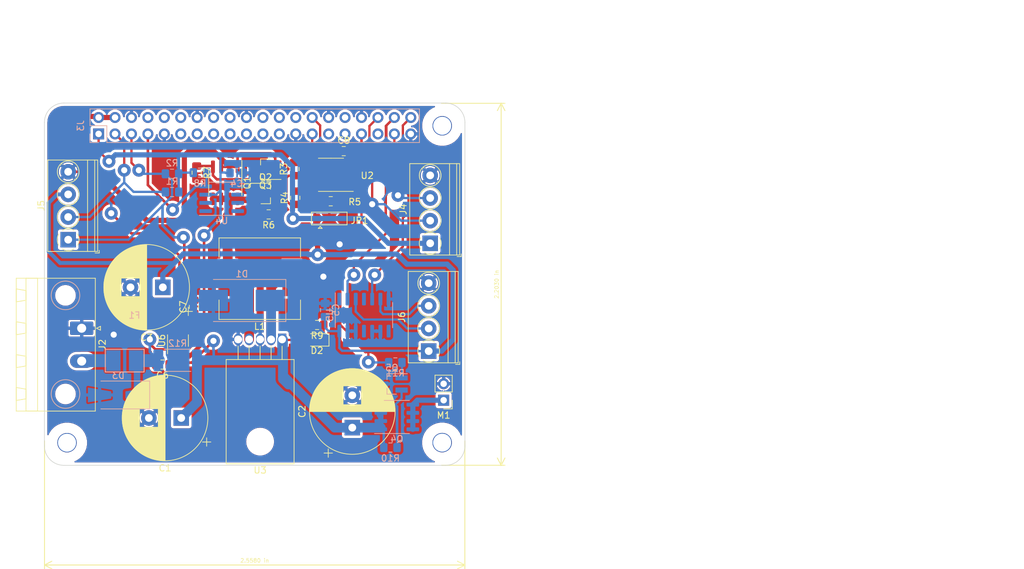
<source format=kicad_pcb>
(kicad_pcb (version 20171130) (host pcbnew "(5.1.2)-1")
  (layers (0 F.Cu signal) (31 B.Cu signal) (34 B.Paste user) (35 F.Paste user) (36 B.SilkS user) (37 F.SilkS user) (38 B.Mask user) (39 F.Mask user) (44 Edge.Cuts user))
  (net 0 "")
  (net 1 GND)
  (net 2 /ID_SD_EEPROM)
  (net 3 /ID_SC_EEPROM)
  (net 4 "Net-(Q2-Pad1)")
  (net 5 /P5V_HAT)
  (net 6 "Net-(J3-Pad8)")
  (net 7 "Net-(J3-Pad10)")
  (net 8 "Net-(J3-Pad11)")
  (net 9 "Net-(J3-Pad12)")
  (net 10 "Net-(J3-Pad13)")
  (net 11 "Net-(J3-Pad15)")
  (net 12 "Net-(J3-Pad16)")
  (net 13 "Net-(J3-Pad17)")
  (net 14 "Net-(J3-Pad18)")
  (net 15 "Net-(J3-Pad19)")
  (net 16 "Net-(J3-Pad21)")
  (net 17 "Net-(J3-Pad22)")
  (net 18 "Net-(J3-Pad23)")
  (net 19 "Net-(J3-Pad24)")
  (net 20 "Net-(J3-Pad26)")
  (net 21 "Net-(J3-Pad29)")
  (net 22 "Net-(J3-Pad31)")
  (net 23 "Net-(J3-Pad32)")
  (net 24 "Net-(J3-Pad35)")
  (net 25 +24V)
  (net 26 +5V)
  (net 27 +3V3)
  (net 28 "Net-(C6-Pad2)")
  (net 29 "Net-(D1-Pad1)")
  (net 30 "/Hat power/VIN")
  (net 31 "Net-(D2-Pad1)")
  (net 32 /SDA)
  (net 33 /SCL)
  (net 34 /temp)
  (net 35 /PWM_FAN)
  (net 36 /GPIO16)
  (net 37 /GPIO26)
  (net 38 /LED_MOSI)
  (net 39 /LED_SCLK)
  (net 40 /DotStar_clock)
  (net 41 /Dotstar_data)
  (net 42 "Net-(JP1-Pad2)")
  (net 43 "Net-(M1-Pad1)")
  (net 44 "Net-(Q1-Pad4)")
  (net 45 "Net-(Q4-Pad4)")
  (net 46 "Net-(Q5-Pad1)")
  (net 47 "Net-(R5-Pad1)")
  (net 48 "Net-(U4-Pad8)")
  (net 49 "Net-(U4-Pad7)")
  (net 50 "Net-(U4-Pad6)")
  (net 51 "Net-(U4-Pad2)")
  (net 52 "Net-(U4-Pad1)")
  (net 53 "Net-(U5-Pad11)")
  (net 54 "Net-(U5-Pad8)")
  (net 55 "Net-(U5-Pad4)")
  (net 56 "Net-(U5-Pad1)")
  (module Capacitor_SMD:C_0805_2012Metric_Pad1.15x1.40mm_HandSolder (layer F.Cu) (at 124.8156 68.2498)
    (fp_text reference C8 (at 0 -1.65) (layer F.SilkS))
    (fp_text value 100n)
    (pad 2 smd roundrect (at 1.025 0) (size 1.15 1.4) (layers F.Cu F.Paste F.Mask) (roundrect_rratio 0.217391) (net 1 GND))
    (pad 1 smd roundrect (at -1.025 0) (size 1.15 1.4) (layers F.Cu F.Paste F.Mask) (roundrect_rratio 0.217391) (net 27 +3V3))
  )
  (module Diode_SMD:D_SMA-SMB_Universal_Handsoldering (layer B.Cu) (at 89.9668 105.9434 180)
    (fp_text reference D3 (at 0 3) (layer B.SilkS) (effects (justify mirror)))
    (fp_text value D_Schottky)
    (pad 2 smd trapezoid (at 2.9 0) (size 3.6 1.7) (rect_delta 0.6 0) (layers B.Cu B.Paste B.Mask) (net 1 GND))
    (pad 1 smd trapezoid (at -2.9 0 180) (size 3.6 1.7) (rect_delta 0.6 0) (layers B.Cu B.Paste B.Mask) (net 28 "Net-(C6-Pad2)"))
  )
  (module Package_TO_SOT_SMD:SOT-23_Handsoldering (layer B.Cu) (at 132.2578 104.2416 180)
    (fp_text reference Q5 (at 0 2.5) (layer B.SilkS) (effects (justify mirror)))
    (fp_text value BSS138)
    (pad 3 smd rect (at 1.5 0 180) (size 1.9 0.8) (layers B.Cu B.Paste B.Mask) (net 1 GND))
    (pad 2 smd rect (at -1.5 -0.95 180) (size 1.9 0.8) (layers B.Cu B.Paste B.Mask) (net 45 "Net-(Q4-Pad4)"))
    (pad 1 smd rect (at -1.5 0.95 180) (size 1.9 0.8) (layers B.Cu B.Paste B.Mask) (net 46 "Net-(Q5-Pad1)"))
  )
  (module Resistor_SMD:R_0805_2012Metric_Pad1.15x1.40mm_HandSolder (layer F.Cu) (at 120.7008 95.123 180)
    (fp_text reference R9 (at 0 -1.65) (layer F.SilkS))
    (fp_text value 10K)
    (pad 2 smd roundrect (at 1.025 0 180) (size 1.15 1.4) (layers F.Cu F.Paste F.Mask) (roundrect_rratio 0.217391) (net 1 GND))
    (pad 1 smd roundrect (at -1.025 0 180) (size 1.15 1.4) (layers F.Cu F.Paste F.Mask) (roundrect_rratio 0.217391) (net 31 "Net-(D2-Pad1)"))
  )
  (module LED_SMD:LED_0805_2012Metric_Pad1.15x1.40mm_HandSolder (layer F.Cu) (at 120.6754 97.4344 180)
    (fp_text reference D2 (at 0 -1.65) (layer F.SilkS))
    (fp_text value LED)
    (pad 2 smd roundrect (at 1.025 0 180) (size 1.15 1.4) (layers F.Cu F.Paste F.Mask) (roundrect_rratio 0.217391) (net 25 +24V))
    (pad 1 smd roundrect (at -1.025 0 180) (size 1.15 1.4) (layers F.Cu F.Paste F.Mask) (roundrect_rratio 0.217391) (net 31 "Net-(D2-Pad1)"))
  )
  (module Resistor_SMD:R_0805_2012Metric_Pad1.15x1.40mm_HandSolder (layer B.Cu) (at 98.2726 71.755 180)
    (fp_text reference R2 (at 0 1.65) (layer B.SilkS) (effects (justify mirror)))
    (fp_text value 4k7)
    (pad 2 smd roundrect (at 1.025 0 180) (size 1.15 1.4) (layers B.Cu B.Paste B.Mask) (roundrect_rratio 0.217391) (net 33 /SCL))
    (pad 1 smd roundrect (at -1.025 0 180) (size 1.15 1.4) (layers B.Cu B.Paste B.Mask) (roundrect_rratio 0.217391) (net 27 +3V3))
  )
  (module Resistor_SMD:R_0805_2012Metric_Pad1.15x1.40mm_HandSolder (layer B.Cu) (at 98.2816 74.5744 180)
    (fp_text reference R1 (at 0 1.65) (layer B.SilkS) (effects (justify mirror)))
    (fp_text value 4k7)
    (pad 2 smd roundrect (at 1.025 0 180) (size 1.15 1.4) (layers B.Cu B.Paste B.Mask) (roundrect_rratio 0.217391) (net 32 /SDA))
    (pad 1 smd roundrect (at -1.025 0 180) (size 1.15 1.4) (layers B.Cu B.Paste B.Mask) (roundrect_rratio 0.217391) (net 27 +3V3))
  )
  (module Package_TO_SOT_THT:TO-220F-5_Horizontal_TabDown (layer F.Cu) (at 115.2906 97.3582 180)
    (fp_text reference U3 (at 3.4 -20.22) (layer F.SilkS))
    (fp_text value LM2576HVS-5)
    (pad 5 thru_hole oval (at 6.8 0 180) (size 1.275 1.8) (drill 1.2) (layers *.Cu *.Mask) (net 1 GND))
    (pad 4 thru_hole oval (at 5.1 0 180) (size 1.275 1.8) (drill 1.2) (layers *.Cu *.Mask) (net 26 +5V))
    (pad 3 thru_hole oval (at 3.4 0 180) (size 1.275 1.8) (drill 1.2) (layers *.Cu *.Mask) (net 1 GND))
    (pad 2 thru_hole oval (at 1.7 0 180) (size 1.275 1.8) (drill 1.2) (layers *.Cu *.Mask) (net 29 "Net-(D1-Pad1)"))
    (pad 1 thru_hole rect (at 0 0 180) (size 1.275 1.8) (drill 1.2) (layers *.Cu *.Mask) (net 25 +24V))
    (pad "" np_thru_hole oval (at 3.4 -15.8 180) (size 3.5 3.5) (drill 3.5) (layers *.Cu *.Mask))
  )
  (module Libs:LittleFuse_110F_24V (layer B.Cu) (at 92.456 100.6348 180)
    (fp_text reference F1 (at 0 7 180) (layer B.SilkS) (effects (justify mirror)))
    (fp_text value Polyfuse)
    (pad 2 smd trapezoid (at 3.25 0 180) (size 2.2 3.2) (layers B.Cu B.Paste B.Mask) (net 30 "/Hat power/VIN"))
    (pad 1 smd trapezoid (at -0.25 0 180) (size 2.2 3.2) (layers B.Cu B.Paste B.Mask) (net 28 "Net-(C6-Pad2)"))
  )
  (module Connector_PinHeader_2.54mm:PinHeader_1x02_P2.54mm_Vertical (layer F.Cu) (at 140.2588 106.7562 180)
    (fp_text reference M1 (at 0 -2.33) (layer F.SilkS))
    (fp_text value Fan)
    (pad 2 thru_hole oval (at 0 2.54 180) (size 1.7 1.7) (drill 1) (layers *.Cu *.Mask) (net 1 GND))
    (pad 1 thru_hole rect (at 0 0 180) (size 1.7 1.7) (drill 1) (layers *.Cu *.Mask) (net 43 "Net-(M1-Pad1)"))
  )
  (module Package_TO_SOT_SMD:SOT-23-8_Handsoldering (layer F.Cu) (at 99.187 97.536 90)
    (fp_text reference U6 (at 0 -2.5 270) (layer F.SilkS))
    (fp_text value INA219)
    (pad 8 smd rect (at 1.35 -0.98 90) (size 1.56 0.4) (layers F.Cu F.Paste F.Mask) (net 1 GND))
    (pad 7 smd rect (at 1.35 -0.33 90) (size 1.56 0.4) (layers F.Cu F.Paste F.Mask) (net 1 GND))
    (pad 6 smd rect (at 1.35 0.33 90) (size 1.56 0.4) (layers F.Cu F.Paste F.Mask) (net 32 /SDA))
    (pad 5 smd rect (at 1.35 0.98 90) (size 1.56 0.4) (layers F.Cu F.Paste F.Mask) (net 33 /SCL))
    (pad 4 smd rect (at -1.35 0.98 90) (size 1.56 0.4) (layers F.Cu F.Paste F.Mask) (net 27 +3V3))
    (pad 3 smd rect (at -1.35 0.33 90) (size 1.56 0.4) (layers F.Cu F.Paste F.Mask) (net 1 GND))
    (pad 2 smd rect (at -1.35 -0.33 90) (size 1.56 0.4) (layers F.Cu F.Paste F.Mask) (net 25 +24V))
    (pad 1 smd rect (at -1.35 -0.98 90) (size 1.56 0.4) (layers F.Cu F.Paste F.Mask) (net 28 "Net-(C6-Pad2)"))
  )
  (module Package_SO:SOIC-14_3.9x8.7mm_P1.27mm (layer B.Cu) (at 127.9398 93.599 270)
    (fp_text reference U5 (at 0 5.28 90) (layer B.SilkS) (effects (justify mirror)))
    (fp_text value 74LVC125)
    (pad 14 smd roundrect (at 2.475 3.81 270) (size 1.95 0.6) (layers B.Cu B.Paste B.Mask) (net 26 +5V))
    (pad 13 smd roundrect (at 2.475 2.54 270) (size 1.95 0.6) (layers B.Cu B.Paste B.Mask) (net 1 GND))
    (pad 12 smd roundrect (at 2.475 1.27 270) (size 1.95 0.6) (layers B.Cu B.Paste B.Mask) (net 1 GND))
    (pad 11 smd roundrect (at 2.475 0 270) (size 1.95 0.6) (layers B.Cu B.Paste B.Mask) (net 53 "Net-(U5-Pad11)"))
    (pad 10 smd roundrect (at 2.475 -1.27 270) (size 1.95 0.6) (layers B.Cu B.Paste B.Mask) (net 1 GND))
    (pad 9 smd roundrect (at 2.475 -2.54 270) (size 1.95 0.6) (layers B.Cu B.Paste B.Mask) (net 1 GND))
    (pad 8 smd roundrect (at 2.475 -3.81 270) (size 1.95 0.6) (layers B.Cu B.Paste B.Mask) (net 54 "Net-(U5-Pad8)"))
    (pad 7 smd roundrect (at -2.475 -3.81 270) (size 1.95 0.6) (layers B.Cu B.Paste B.Mask) (net 1 GND))
    (pad 6 smd roundrect (at -2.475 -2.54 270) (size 1.95 0.6) (layers B.Cu B.Paste B.Mask) (net 40 /DotStar_clock))
    (pad 5 smd roundrect (at -2.475 -1.27 270) (size 1.95 0.6) (layers B.Cu B.Paste B.Mask) (net 39 /LED_SCLK))
    (pad 4 smd roundrect (at -2.475 0 270) (size 1.95 0.6) (layers B.Cu B.Paste B.Mask) (net 55 "Net-(U5-Pad4)"))
    (pad 3 smd roundrect (at -2.475 1.27 270) (size 1.95 0.6) (layers B.Cu B.Paste B.Mask) (net 41 /Dotstar_data))
    (pad 2 smd roundrect (at -2.475 2.54 270) (size 1.95 0.6) (layers B.Cu B.Paste B.Mask) (net 38 /LED_MOSI))
    (pad 1 smd roundrect (at -2.475 3.81 270) (size 1.95 0.6) (layers B.Cu B.Paste B.Mask) (net 56 "Net-(U5-Pad1)"))
  )
  (module Package_SO:SOIC-8_3.9x4.9mm_P1.27mm (layer B.Cu) (at 105.9434 75.6158)
    (fp_text reference U4 (at 0 3.4) (layer B.SilkS) (effects (justify mirror)))
    (fp_text value DS18S20Z)
    (pad 8 smd roundrect (at 2.475 1.905) (size 1.95 0.6) (layers B.Cu B.Paste B.Mask) (net 48 "Net-(U4-Pad8)"))
    (pad 7 smd roundrect (at 2.475 0.635) (size 1.95 0.6) (layers B.Cu B.Paste B.Mask) (net 49 "Net-(U4-Pad7)"))
    (pad 6 smd roundrect (at 2.475 -0.635) (size 1.95 0.6) (layers B.Cu B.Paste B.Mask) (net 50 "Net-(U4-Pad6)"))
    (pad 5 smd roundrect (at 2.475 -1.905) (size 1.95 0.6) (layers B.Cu B.Paste B.Mask) (net 1 GND))
    (pad 4 smd roundrect (at -2.475 -1.905) (size 1.95 0.6) (layers B.Cu B.Paste B.Mask) (net 34 /temp))
    (pad 3 smd roundrect (at -2.475 -0.635) (size 1.95 0.6) (layers B.Cu B.Paste B.Mask) (net 27 +3V3))
    (pad 2 smd roundrect (at -2.475 0.635) (size 1.95 0.6) (layers B.Cu B.Paste B.Mask) (net 51 "Net-(U4-Pad2)"))
    (pad 1 smd roundrect (at -2.475 1.905) (size 1.95 0.6) (layers B.Cu B.Paste B.Mask) (net 52 "Net-(U4-Pad1)"))
  )
  (module Package_SO:SOIC-8_3.9x4.9mm_P1.27mm (layer F.Cu) (at 122.8456 71.9074 180)
    (fp_text reference U2 (at -5.6022 -0.127) (layer F.SilkS))
    (fp_text value M24C01-WMN)
    (pad 8 smd roundrect (at 2.475 -1.905 180) (size 1.95 0.6) (layers F.Cu F.Paste F.Mask) (net 27 +3V3))
    (pad 7 smd roundrect (at 2.475 -0.635 180) (size 1.95 0.6) (layers F.Cu F.Paste F.Mask) (net 47 "Net-(R5-Pad1)"))
    (pad 6 smd roundrect (at 2.475 0.635 180) (size 1.95 0.6) (layers F.Cu F.Paste F.Mask) (net 3 /ID_SC_EEPROM))
    (pad 5 smd roundrect (at 2.475 1.905 180) (size 1.95 0.6) (layers F.Cu F.Paste F.Mask) (net 2 /ID_SD_EEPROM))
    (pad 4 smd roundrect (at -2.475 1.905 180) (size 1.95 0.6) (layers F.Cu F.Paste F.Mask) (net 1 GND))
    (pad 3 smd roundrect (at -2.475 0.635 180) (size 1.95 0.6) (layers F.Cu F.Paste F.Mask) (net 1 GND))
    (pad 2 smd roundrect (at -2.475 -0.635 180) (size 1.95 0.6) (layers F.Cu F.Paste F.Mask) (net 1 GND))
    (pad 1 smd roundrect (at -2.475 -1.905 180) (size 1.95 0.6) (layers F.Cu F.Paste F.Mask) (net 1 GND))
  )
  (module Resistor_SMD:R_2512_6332Metric_Pad1.52x3.35mm_HandSolder (layer B.Cu) (at 99.1362 100.584 180)
    (fp_text reference R12 (at 0 2.62) (layer B.SilkS) (effects (justify mirror)))
    (fp_text value 0R1)
    (pad 2 smd roundrect (at 2.9875 0 180) (size 1.525 3.35) (layers B.Cu B.Paste B.Mask) (roundrect_rratio 0.163934) (net 28 "Net-(C6-Pad2)"))
    (pad 1 smd roundrect (at -2.9875 0 180) (size 1.525 3.35) (layers B.Cu B.Paste B.Mask) (roundrect_rratio 0.163934) (net 25 +24V))
  )
  (module Resistor_SMD:R_0805_2012Metric_Pad1.15x1.40mm_HandSolder (layer B.Cu) (at 132.7912 100.9142)
    (fp_text reference R11 (at 0 1.65) (layer B.SilkS) (effects (justify mirror)))
    (fp_text value 10K)
    (pad 2 smd roundrect (at 1.025 0) (size 1.15 1.4) (layers B.Cu B.Paste B.Mask) (roundrect_rratio 0.217391) (net 46 "Net-(Q5-Pad1)"))
    (pad 1 smd roundrect (at -1.025 0) (size 1.15 1.4) (layers B.Cu B.Paste B.Mask) (roundrect_rratio 0.217391) (net 35 /PWM_FAN))
  )
  (module Resistor_SMD:R_0805_2012Metric_Pad1.15x1.40mm_HandSolder (layer B.Cu) (at 132.0292 114.0714)
    (fp_text reference R10 (at 0 1.65) (layer B.SilkS) (effects (justify mirror)))
    (fp_text value 10K)
    (pad 2 smd roundrect (at 1.025 0) (size 1.15 1.4) (layers B.Cu B.Paste B.Mask) (roundrect_rratio 0.217391) (net 45 "Net-(Q4-Pad4)"))
    (pad 1 smd roundrect (at -1.025 0) (size 1.15 1.4) (layers B.Cu B.Paste B.Mask) (roundrect_rratio 0.217391) (net 25 +24V))
  )
  (module Resistor_SMD:R_0805_2012Metric_Pad1.15x1.40mm_HandSolder (layer B.Cu) (at 102.5906 71.5772)
    (fp_text reference R8 (at 0 1.65) (layer B.SilkS) (effects (justify mirror)))
    (fp_text value 4k7)
    (pad 2 smd roundrect (at 1.025 0) (size 1.15 1.4) (layers B.Cu B.Paste B.Mask) (roundrect_rratio 0.217391) (net 34 /temp))
    (pad 1 smd roundrect (at -1.025 0) (size 1.15 1.4) (layers B.Cu B.Paste B.Mask) (roundrect_rratio 0.217391) (net 27 +3V3))
  )
  (module Resistor_SMD:R_0805_2012Metric_Pad1.15x1.40mm_HandSolder (layer F.Cu) (at 102.0826 71.5772 270)
    (fp_text reference R7 (at 0 -1.65 90) (layer F.SilkS))
    (fp_text value 47K)
    (pad 2 smd roundrect (at 1.025 0 270) (size 1.15 1.4) (layers F.Cu F.Paste F.Mask) (roundrect_rratio 0.217391) (net 1 GND))
    (pad 1 smd roundrect (at -1.025 0 270) (size 1.15 1.4) (layers F.Cu F.Paste F.Mask) (roundrect_rratio 0.217391) (net 44 "Net-(Q1-Pad4)"))
  )
  (module Resistor_SMD:R_0805_2012Metric_Pad1.15x1.40mm_HandSolder (layer F.Cu) (at 113.2078 78.0288 180)
    (fp_text reference R6 (at 0 -1.65) (layer F.SilkS))
    (fp_text value 10K)
    (pad 2 smd roundrect (at 1.025 0 180) (size 1.15 1.4) (layers F.Cu F.Paste F.Mask) (roundrect_rratio 0.217391) (net 1 GND))
    (pad 1 smd roundrect (at -1.025 0 180) (size 1.15 1.4) (layers F.Cu F.Paste F.Mask) (roundrect_rratio 0.217391) (net 4 "Net-(Q2-Pad1)"))
  )
  (module Resistor_SMD:R_0805_2012Metric_Pad1.15x1.40mm_HandSolder (layer F.Cu) (at 122.809 75.9968)
    (fp_text reference R5 (at 3.7084 0.1016) (layer F.SilkS))
    (fp_text value 10K)
    (pad 2 smd roundrect (at 1.025 0) (size 1.15 1.4) (layers F.Cu F.Paste F.Mask) (roundrect_rratio 0.217391) (net 42 "Net-(JP1-Pad2)"))
    (pad 1 smd roundrect (at -1.025 0) (size 1.15 1.4) (layers F.Cu F.Paste F.Mask) (roundrect_rratio 0.217391) (net 47 "Net-(R5-Pad1)"))
  )
  (module Resistor_SMD:R_0805_2012Metric_Pad1.15x1.40mm_HandSolder (layer F.Cu) (at 117.3226 75.4634 90)
    (fp_text reference R4 (at 0 -1.65 90) (layer F.SilkS))
    (fp_text value 3.9K)
    (pad 2 smd roundrect (at 1.025 0 90) (size 1.15 1.4) (layers F.Cu F.Paste F.Mask) (roundrect_rratio 0.217391) (net 3 /ID_SC_EEPROM))
    (pad 1 smd roundrect (at -1.025 0 90) (size 1.15 1.4) (layers F.Cu F.Paste F.Mask) (roundrect_rratio 0.217391) (net 27 +3V3))
  )
  (module Resistor_SMD:R_0805_2012Metric_Pad1.15x1.40mm_HandSolder (layer F.Cu) (at 117.1956 71.0184 90)
    (fp_text reference R3 (at 0 -1.65 90) (layer F.SilkS))
    (fp_text value 3.9K)
    (pad 2 smd roundrect (at 1.025 0 90) (size 1.15 1.4) (layers F.Cu F.Paste F.Mask) (roundrect_rratio 0.217391) (net 2 /ID_SD_EEPROM))
    (pad 1 smd roundrect (at -1.025 0 90) (size 1.15 1.4) (layers F.Cu F.Paste F.Mask) (roundrect_rratio 0.217391) (net 27 +3V3))
  )
  (module Package_SO:SOIC-8_3.9x4.9mm_P1.27mm (layer B.Cu) (at 133.0198 109.347)
    (fp_text reference Q4 (at 0 3.4 180) (layer B.SilkS) (effects (justify mirror)))
    (fp_text value Si4435)
    (pad 8 smd roundrect (at 2.475 1.905) (size 1.95 0.6) (layers B.Cu B.Paste B.Mask) (net 43 "Net-(M1-Pad1)"))
    (pad 7 smd roundrect (at 2.475 0.635) (size 1.95 0.6) (layers B.Cu B.Paste B.Mask) (net 43 "Net-(M1-Pad1)"))
    (pad 6 smd roundrect (at 2.475 -0.635) (size 1.95 0.6) (layers B.Cu B.Paste B.Mask) (net 43 "Net-(M1-Pad1)"))
    (pad 5 smd roundrect (at 2.475 -1.905) (size 1.95 0.6) (layers B.Cu B.Paste B.Mask) (net 43 "Net-(M1-Pad1)"))
    (pad 4 smd roundrect (at -2.475 -1.905) (size 1.95 0.6) (layers B.Cu B.Paste B.Mask) (net 45 "Net-(Q4-Pad4)"))
    (pad 3 smd roundrect (at -2.475 -0.635) (size 1.95 0.6) (layers B.Cu B.Paste B.Mask) (net 25 +24V))
    (pad 2 smd roundrect (at -2.475 0.635) (size 1.95 0.6) (layers B.Cu B.Paste B.Mask) (net 25 +24V))
    (pad 1 smd roundrect (at -2.475 1.905) (size 1.95 0.6) (layers B.Cu B.Paste B.Mask) (net 25 +24V))
  )
  (module Package_TO_SOT_SMD:SOT-23_Handsoldering (layer F.Cu) (at 112.7252 71.0438 180)
    (fp_text reference Q3 (at 0 -2.5) (layer F.SilkS))
    (fp_text value BC857)
    (pad 3 smd rect (at 1.5 0 180) (size 1.9 0.8) (layers F.Cu F.Paste F.Mask) (net 44 "Net-(Q1-Pad4)"))
    (pad 2 smd rect (at -1.5 0.95 180) (size 1.9 0.8) (layers F.Cu F.Paste F.Mask) (net 5 /P5V_HAT))
    (pad 1 smd rect (at -1.5 -0.95 180) (size 1.9 0.8) (layers F.Cu F.Paste F.Mask) (net 4 "Net-(Q2-Pad1)"))
  )
  (module Package_TO_SOT_SMD:SOT-23_Handsoldering (layer F.Cu) (at 112.7252 74.803)
    (fp_text reference Q2 (at 0 -2.5) (layer F.SilkS))
    (fp_text value BC857)
    (pad 3 smd rect (at 1.5 0) (size 1.9 0.8) (layers F.Cu F.Paste F.Mask) (net 4 "Net-(Q2-Pad1)"))
    (pad 2 smd rect (at -1.5 0.95) (size 1.9 0.8) (layers F.Cu F.Paste F.Mask) (net 26 +5V))
    (pad 1 smd rect (at -1.5 -0.95) (size 1.9 0.8) (layers F.Cu F.Paste F.Mask) (net 4 "Net-(Q2-Pad1)"))
  )
  (module Package_SO:SOIC-8_3.9x4.9mm_P1.27mm (layer F.Cu) (at 106.5022 73.152 270)
    (fp_text reference Q1 (at 0 -3.4 90) (layer F.SilkS))
    (fp_text value Si4435)
    (pad 8 smd roundrect (at 2.475 -1.905 270) (size 1.95 0.6) (layers F.Cu F.Paste F.Mask) (net 26 +5V))
    (pad 7 smd roundrect (at 2.475 -0.635 270) (size 1.95 0.6) (layers F.Cu F.Paste F.Mask) (net 26 +5V))
    (pad 6 smd roundrect (at 2.475 0.635 270) (size 1.95 0.6) (layers F.Cu F.Paste F.Mask) (net 26 +5V))
    (pad 5 smd roundrect (at 2.475 1.905 270) (size 1.95 0.6) (layers F.Cu F.Paste F.Mask) (net 26 +5V))
    (pad 4 smd roundrect (at -2.475 1.905 270) (size 1.95 0.6) (layers F.Cu F.Paste F.Mask) (net 44 "Net-(Q1-Pad4)"))
    (pad 3 smd roundrect (at -2.475 0.635 270) (size 1.95 0.6) (layers F.Cu F.Paste F.Mask) (net 5 /P5V_HAT))
    (pad 2 smd roundrect (at -2.475 -0.635 270) (size 1.95 0.6) (layers F.Cu F.Paste F.Mask) (net 5 /P5V_HAT))
    (pad 1 smd roundrect (at -2.475 -1.905 270) (size 1.95 0.6) (layers F.Cu F.Paste F.Mask) (net 5 /P5V_HAT))
  )
  (module Inductor_SMD:L_12x12mm_H8mm (layer F.Cu) (at 111.8362 87.9602 180)
    (fp_text reference L1 (at 0 -7.4) (layer F.SilkS))
    (fp_text value 100uH)
    (pad 2 smd rect (at 4.95 0 180) (size 2.9 5.4) (layers F.Cu F.Paste F.Mask) (net 26 +5V))
    (pad 1 smd rect (at -4.95 0 180) (size 2.9 5.4) (layers F.Cu F.Paste F.Mask) (net 29 "Net-(D1-Pad1)"))
  )
  (module Jumper:SolderJumper-3_P2.0mm_Open_TrianglePad1.0x1.5mm (layer F.Cu) (at 122.5804 78.6892)
    (fp_text reference JP1 (at 4.6736 0.3048) (layer F.SilkS))
    (fp_text value "Write ena")
    (pad 3 smd custom (at 2 0 180) (size 0.3 0.3) (layers F.Cu F.Mask) (net 1 GND) (options (clearance outline) (anchor rect)) (primitives (gr_poly (pts (xy -0.5 -0.75) (xy 0.5 -0.75) (xy 1 0) (xy 0.5 0.75) (xy -0.5 0.75)) (width 0))))
    (pad 2 smd custom (at 0 0) (size 0.3 0.3) (layers F.Cu) (net 42 "Net-(JP1-Pad2)") (options (clearance outline) (anchor rect)) (primitives (gr_poly (pts (xy -1.2 -0.75) (xy 1.2 -0.75) (xy 0.7 0) (xy 1.2 0.75) (xy -1.2 0.75) (xy -0.7 0)) (width 0))))
    (pad 1 smd custom (at -2 0) (size 0.3 0.3) (layers F.Cu F.Mask) (net 27 +3V3) (options (clearance outline) (anchor rect)) (primitives (gr_poly (pts (xy -0.5 -0.75) (xy 0.5 -0.75) (xy 1 0) (xy 0.5 0.75) (xy -0.5 0.75)) (width 0))))
  )
  (module TerminalBlock_Phoenix:TerminalBlock_Phoenix_PT-1,5-4-3.5-H_1x04_P3.50mm_Horizontal (layer F.Cu) (at 137.9474 99.1616 90)
    (fp_text reference J6 (at 5.25 -4.16 90) (layer F.SilkS))
    (fp_text value DotStar)
    (pad 4 thru_hole circle (at 10.5 0 90) (size 2.4 2.4) (drill 1.2) (layers *.Cu *.Mask) (net 1 GND))
    (pad 3 thru_hole circle (at 7 0 90) (size 2.4 2.4) (drill 1.2) (layers *.Cu *.Mask) (net 40 /DotStar_clock))
    (pad 2 thru_hole circle (at 3.5 0 90) (size 2.4 2.4) (drill 1.2) (layers *.Cu *.Mask) (net 41 /Dotstar_data))
    (pad 1 thru_hole rect (at 0 0 90) (size 2.4 2.4) (drill 1.2) (layers *.Cu *.Mask) (net 26 +5V))
  )
  (module TerminalBlock_Phoenix:TerminalBlock_Phoenix_PT-1,5-4-3.5-H_1x04_P3.50mm_Horizontal (layer F.Cu) (at 82.2198 81.9404 90)
    (fp_text reference J5 (at 5.25 -4.16 90) (layer F.SilkS))
    (fp_text value DISP)
    (pad 4 thru_hole circle (at 10.5 0 90) (size 2.4 2.4) (drill 1.2) (layers *.Cu *.Mask) (net 1 GND))
    (pad 3 thru_hole circle (at 7 0 90) (size 2.4 2.4) (drill 1.2) (layers *.Cu *.Mask) (net 26 +5V))
    (pad 2 thru_hole circle (at 3.5 0 90) (size 2.4 2.4) (drill 1.2) (layers *.Cu *.Mask) (net 32 /SDA))
    (pad 1 thru_hole rect (at 0 0 90) (size 2.4 2.4) (drill 1.2) (layers *.Cu *.Mask) (net 33 /SCL))
  )
  (module TerminalBlock_Phoenix:TerminalBlock_Phoenix_PT-1,5-4-3.5-H_1x04_P3.50mm_Horizontal (layer F.Cu) (at 138.176 82.4992 90)
    (fp_text reference J4 (at 5.25 -4.16 90) (layer F.SilkS))
    (fp_text value GPIO)
    (pad 4 thru_hole circle (at 10.5 0 90) (size 2.4 2.4) (drill 1.2) (layers *.Cu *.Mask) (net 1 GND))
    (pad 3 thru_hole circle (at 7 0 90) (size 2.4 2.4) (drill 1.2) (layers *.Cu *.Mask) (net 37 /GPIO26))
    (pad 2 thru_hole circle (at 3.5 0 90) (size 2.4 2.4) (drill 1.2) (layers *.Cu *.Mask) (net 36 /GPIO16))
    (pad 1 thru_hole rect (at 0 0 90) (size 2.4 2.4) (drill 1.2) (layers *.Cu *.Mask) (net 27 +3V3))
  )
  (module Connector_Phoenix_MSTB:PhoenixContact_MSTB_2,5_2-GF-5,08_1x02_P5.08mm_Horizontal_ThreadedFlange_MountHole (layer F.Cu) (at 84.3026 95.631 270)
    (fp_text reference J2 (at 2.54 -3.2 90) (layer F.SilkS))
    (fp_text value Vin)
    (pad "" np_thru_hole circle (at 10.16 2.5 270) (size 2.4 2.4) (drill 2.4) (layers *.Cu *.Mask))
    (pad "" np_thru_hole circle (at -5.08 2.5 270) (size 2.4 2.4) (drill 2.4) (layers *.Cu *.Mask))
    (pad 2 thru_hole oval (at 5.08 0 270) (size 2.08 3.6) (drill 1.4) (layers *.Cu *.Mask) (net 30 "/Hat power/VIN"))
    (pad 1 thru_hole roundrect (at 0 0 270) (size 2.08 3.6) (drill 1.4) (layers *.Cu *.Mask) (roundrect_rratio 0.120192) (net 1 GND))
  )
  (module Diode_SMD:D_SMC_Handsoldering (layer B.Cu) (at 109.0618 91.3384 180)
    (fp_text reference D1 (at 0 4.1) (layer B.SilkS) (effects (justify mirror)))
    (fp_text value D_Schottky)
    (pad 2 smd rect (at 4.4 0 90) (size 3.3 4.5) (layers B.Cu B.Paste B.Mask) (net 1 GND))
    (pad 1 smd rect (at -4.4 0 90) (size 3.3 4.5) (layers B.Cu B.Paste B.Mask) (net 29 "Net-(D1-Pad1)"))
  )
  (module Capacitor_SMD:C_0805_2012Metric_Pad1.15x1.40mm_HandSolder (layer F.Cu) (at 101.6508 92.329 90)
    (fp_text reference C7 (at 0 -1.65 90) (layer F.SilkS))
    (fp_text value C)
    (pad 2 smd roundrect (at 1.025 0 90) (size 1.15 1.4) (layers F.Cu F.Paste F.Mask) (roundrect_rratio 0.217391) (net 1 GND))
    (pad 1 smd roundrect (at -1.025 0 90) (size 1.15 1.4) (layers F.Cu F.Paste F.Mask) (roundrect_rratio 0.217391) (net 27 +3V3))
  )
  (module Capacitor_SMD:C_0805_2012Metric_Pad1.15x1.40mm_HandSolder (layer F.Cu) (at 96.7994 101.2444 180)
    (fp_text reference C6 (at 0 -1.65) (layer F.SilkS))
    (fp_text value 1n)
    (pad 2 smd roundrect (at 1.025 0 180) (size 1.15 1.4) (layers F.Cu F.Paste F.Mask) (roundrect_rratio 0.217391) (net 28 "Net-(C6-Pad2)"))
    (pad 1 smd roundrect (at -1.025 0 180) (size 1.15 1.4) (layers F.Cu F.Paste F.Mask) (roundrect_rratio 0.217391) (net 25 +24V))
  )
  (module Capacitor_SMD:C_0805_2012Metric_Pad1.15x1.40mm_HandSolder (layer B.Cu) (at 121.9454 92.8116 90)
    (fp_text reference C5 (at 0 1.65 90) (layer B.SilkS) (effects (justify mirror)))
    (fp_text value 100n)
    (pad 2 smd roundrect (at 1.025 0 90) (size 1.15 1.4) (layers B.Cu B.Paste B.Mask) (roundrect_rratio 0.217391) (net 1 GND))
    (pad 1 smd roundrect (at -1.025 0 90) (size 1.15 1.4) (layers B.Cu B.Paste B.Mask) (roundrect_rratio 0.217391) (net 26 +5V))
  )
  (module Capacitor_SMD:C_0805_2012Metric_Pad1.15x1.40mm_HandSolder (layer B.Cu) (at 108.2548 71.628)
    (fp_text reference C4 (at 0 1.65) (layer B.SilkS) (effects (justify mirror)))
    (fp_text value 100n)
    (pad 2 smd roundrect (at 1.025 0) (size 1.15 1.4) (layers B.Cu B.Paste B.Mask) (roundrect_rratio 0.217391) (net 1 GND))
    (pad 1 smd roundrect (at -1.025 0) (size 1.15 1.4) (layers B.Cu B.Paste B.Mask) (roundrect_rratio 0.217391) (net 27 +3V3))
  )
  (module Capacitor_THT:CP_Radial_D13.0mm_P5.00mm (layer F.Cu) (at 96.8502 89.3064 180)
    (fp_text reference C3 (at 2.5 -7.75) (layer F.SilkS))
    (fp_text value 1000uF)
    (pad 2 thru_hole circle (at 5 0 180) (size 2.4 2.4) (drill 1.2) (layers *.Cu *.Mask) (net 1 GND))
    (pad 1 thru_hole rect (at 0 0 180) (size 2.4 2.4) (drill 1.2) (layers *.Cu *.Mask) (net 26 +5V))
  )
  (module Capacitor_THT:CP_Radial_D13.0mm_P5.00mm (layer F.Cu) (at 126.1364 110.9942 90)
    (fp_text reference C2 (at 2.5 -7.75 90) (layer F.SilkS))
    (fp_text value "10uF 50V")
    (pad 2 thru_hole circle (at 5 0 90) (size 2.4 2.4) (drill 1.2) (layers *.Cu *.Mask) (net 1 GND))
    (pad 1 thru_hole rect (at 0 0 90) (size 2.4 2.4) (drill 1.2) (layers *.Cu *.Mask) (net 25 +24V))
  )
  (module Capacitor_THT:CP_Radial_D13.0mm_P5.00mm (layer F.Cu) (at 99.6912 109.4994 180)
    (fp_text reference C1 (at 2.5 -7.75) (layer F.SilkS))
    (fp_text value "100uF 50V")
    (pad 2 thru_hole circle (at 5 0 180) (size 2.4 2.4) (drill 1.2) (layers *.Cu *.Mask) (net 1 GND))
    (pad 1 thru_hole rect (at 0 0 180) (size 2.4 2.4) (drill 1.2) (layers *.Cu *.Mask) (net 25 +24V))
  )
  (module Connector_PinSocket_2.54mm:PinSocket_2x20_P2.54mm_Vertical (layer B.Cu) (at 86.92 65.59 270)
    (fp_text reference J3 (at -1.27 2.77 270) (layer B.SilkS) (effects (justify mirror)))
    (fp_text value 40HAT)
    (pad 1 thru_hole rect (at 0 0 270) (size 1.7 1.7) (drill 1) (layers *.Cu *.Mask) (net 27 +3V3))
    (pad 2 thru_hole oval (at -2.54 0 270) (size 1.7 1.7) (drill 1) (layers *.Cu *.Mask) (net 5 /P5V_HAT))
    (pad 3 thru_hole oval (at 0 -2.54 270) (size 1.7 1.7) (drill 1) (layers *.Cu *.Mask) (net 32 /SDA))
    (pad 4 thru_hole oval (at -2.54 -2.54 270) (size 1.7 1.7) (drill 1) (layers *.Cu *.Mask) (net 5 /P5V_HAT))
    (pad 5 thru_hole oval (at 0 -5.08 270) (size 1.7 1.7) (drill 1) (layers *.Cu *.Mask) (net 33 /SCL))
    (pad 6 thru_hole oval (at -2.54 -5.08 270) (size 1.7 1.7) (drill 1) (layers *.Cu *.Mask) (net 1 GND))
    (pad 7 thru_hole oval (at 0 -7.62 270) (size 1.7 1.7) (drill 1) (layers *.Cu *.Mask) (net 34 /temp))
    (pad 8 thru_hole oval (at -2.54 -7.62 270) (size 1.7 1.7) (drill 1) (layers *.Cu *.Mask) (net 6 "Net-(J3-Pad8)"))
    (pad 9 thru_hole oval (at 0 -10.16 270) (size 1.7 1.7) (drill 1) (layers *.Cu *.Mask) (net 1 GND))
    (pad 10 thru_hole oval (at -2.54 -10.16 270) (size 1.7 1.7) (drill 1) (layers *.Cu *.Mask) (net 7 "Net-(J3-Pad10)"))
    (pad 11 thru_hole oval (at 0 -12.7 270) (size 1.7 1.7) (drill 1) (layers *.Cu *.Mask) (net 8 "Net-(J3-Pad11)"))
    (pad 12 thru_hole oval (at -2.54 -12.7 270) (size 1.7 1.7) (drill 1) (layers *.Cu *.Mask) (net 9 "Net-(J3-Pad12)"))
    (pad 13 thru_hole oval (at 0 -15.24 270) (size 1.7 1.7) (drill 1) (layers *.Cu *.Mask) (net 10 "Net-(J3-Pad13)"))
    (pad 14 thru_hole oval (at -2.54 -15.24 270) (size 1.7 1.7) (drill 1) (layers *.Cu *.Mask) (net 1 GND))
    (pad 15 thru_hole oval (at 0 -17.78 270) (size 1.7 1.7) (drill 1) (layers *.Cu *.Mask) (net 11 "Net-(J3-Pad15)"))
    (pad 16 thru_hole oval (at -2.54 -17.78 270) (size 1.7 1.7) (drill 1) (layers *.Cu *.Mask) (net 12 "Net-(J3-Pad16)"))
    (pad 17 thru_hole oval (at 0 -20.32 270) (size 1.7 1.7) (drill 1) (layers *.Cu *.Mask) (net 13 "Net-(J3-Pad17)"))
    (pad 18 thru_hole oval (at -2.54 -20.32 270) (size 1.7 1.7) (drill 1) (layers *.Cu *.Mask) (net 14 "Net-(J3-Pad18)"))
    (pad 19 thru_hole oval (at 0 -22.86 270) (size 1.7 1.7) (drill 1) (layers *.Cu *.Mask) (net 15 "Net-(J3-Pad19)"))
    (pad 20 thru_hole oval (at -2.54 -22.86 270) (size 1.7 1.7) (drill 1) (layers *.Cu *.Mask) (net 1 GND))
    (pad 21 thru_hole oval (at 0 -25.4 270) (size 1.7 1.7) (drill 1) (layers *.Cu *.Mask) (net 16 "Net-(J3-Pad21)"))
    (pad 22 thru_hole oval (at -2.54 -25.4 270) (size 1.7 1.7) (drill 1) (layers *.Cu *.Mask) (net 17 "Net-(J3-Pad22)"))
    (pad 23 thru_hole oval (at 0 -27.94 270) (size 1.7 1.7) (drill 1) (layers *.Cu *.Mask) (net 18 "Net-(J3-Pad23)"))
    (pad 24 thru_hole oval (at -2.54 -27.94 270) (size 1.7 1.7) (drill 1) (layers *.Cu *.Mask) (net 19 "Net-(J3-Pad24)"))
    (pad 25 thru_hole oval (at 0 -30.48 270) (size 1.7 1.7) (drill 1) (layers *.Cu *.Mask) (net 1 GND))
    (pad 26 thru_hole oval (at -2.54 -30.48 270) (size 1.7 1.7) (drill 1) (layers *.Cu *.Mask) (net 20 "Net-(J3-Pad26)"))
    (pad 27 thru_hole oval (at 0 -33.02 270) (size 1.7 1.7) (drill 1) (layers *.Cu *.Mask) (net 2 /ID_SD_EEPROM))
    (pad 28 thru_hole oval (at -2.54 -33.02 270) (size 1.7 1.7) (drill 1) (layers *.Cu *.Mask) (net 3 /ID_SC_EEPROM))
    (pad 29 thru_hole oval (at 0 -35.56 270) (size 1.7 1.7) (drill 1) (layers *.Cu *.Mask) (net 21 "Net-(J3-Pad29)"))
    (pad 30 thru_hole oval (at -2.54 -35.56 270) (size 1.7 1.7) (drill 1) (layers *.Cu *.Mask) (net 1 GND))
    (pad 31 thru_hole oval (at 0 -38.1 270) (size 1.7 1.7) (drill 1) (layers *.Cu *.Mask) (net 22 "Net-(J3-Pad31)"))
    (pad 32 thru_hole oval (at -2.54 -38.1 270) (size 1.7 1.7) (drill 1) (layers *.Cu *.Mask) (net 23 "Net-(J3-Pad32)"))
    (pad 33 thru_hole oval (at 0 -40.64 270) (size 1.7 1.7) (drill 1) (layers *.Cu *.Mask) (net 35 /PWM_FAN))
    (pad 34 thru_hole oval (at -2.54 -40.64 270) (size 1.7 1.7) (drill 1) (layers *.Cu *.Mask) (net 1 GND))
    (pad 35 thru_hole oval (at 0 -43.18 270) (size 1.7 1.7) (drill 1) (layers *.Cu *.Mask) (net 24 "Net-(J3-Pad35)"))
    (pad 36 thru_hole oval (at -2.54 -43.18 270) (size 1.7 1.7) (drill 1) (layers *.Cu *.Mask) (net 36 /GPIO16))
    (pad 37 thru_hole oval (at 0 -45.72 270) (size 1.7 1.7) (drill 1) (layers *.Cu *.Mask) (net 37 /GPIO26))
    (pad 38 thru_hole oval (at -2.54 -45.72 270) (size 1.7 1.7) (drill 1) (layers *.Cu *.Mask) (net 38 /LED_MOSI))
    (pad 39 thru_hole oval (at 0 -48.26 270) (size 1.7 1.7) (drill 1) (layers *.Cu *.Mask) (net 1 GND))
    (pad 40 thru_hole oval (at -2.54 -48.26 270) (size 1.7 1.7) (drill 1) (layers *.Cu *.Mask) (net 39 /LED_SCLK))
  )
  (module project_footprints:NPTH_3mm_ID (layer F.Cu) (at 140.04 64.33)
    (fp_text reference H2 (at 0.06 0.09) (layer F.SilkS))
    (fp_text value 3mm_Mounting_Hole hide)
    (pad "" np_thru_hole circle (at 0 0) (size 3 3) (drill 2.75) (layers *.Cu *.Mask) (clearance 1.6))
  )
  (module project_footprints:NPTH_3mm_ID (layer F.Cu) (at 82.04 113.32)
    (fp_text reference H3 (at 0.06 0.09) (layer F.SilkS))
    (fp_text value 3mm_Mounting_Hole hide)
    (pad "" np_thru_hole circle (at 0 0) (size 3 3) (drill 2.75) (layers *.Cu *.Mask) (clearance 1.6))
  )
  (module project_footprints:NPTH_3mm_ID (layer F.Cu) (at 140.03 113.31)
    (fp_text reference H4 (at 0.06 0.09) (layer F.SilkS))
    (fp_text value 3mm_Mounting_Hole hide)
    (pad "" np_thru_hole circle (at 0 0) (size 3 3) (drill 2.75) (layers *.Cu *.Mask) (clearance 1.6))
  )
  (dimension 55.9562 (width 0.15) (layer F.SilkS) (gr_text "55.956 mm" (at 149.9888 88.8365 90) (layer F.SilkS) (effects (font (size 0.6 0.6) (thickness 0.09)))) (feature1 (pts (xy 139.9286 60.8584) (xy 149.735221 60.8584))) (feature2 (pts (xy 139.9286 116.8146) (xy 149.735221 116.8146))) (crossbar (pts (xy 149.1488 116.8146) (xy 149.1488 60.8584))) (arrow1a (pts (xy 149.1488 60.8584) (xy 149.735221 61.984904))) (arrow1b (pts (xy 149.1488 60.8584) (xy 148.562379 61.984904))) (arrow2a (pts (xy 149.1488 116.8146) (xy 149.735221 115.688096))) (arrow2b (pts (xy 149.1488 116.8146) (xy 148.562379 115.688096))))
  (dimension 64.9732 (width 0.15) (layer F.SilkS) (gr_text "64.973 mm" (at 111.0488 133.0724) (layer F.SilkS) (effects (font (size 0.6 0.6) (thickness 0.09)))) (feature1 (pts (xy 143.5354 113.0554) (xy 143.5354 132.818821))) (feature2 (pts (xy 78.5622 113.0554) (xy 78.5622 132.818821))) (crossbar (pts (xy 78.5622 132.2324) (xy 143.5354 132.2324))) (arrow1a (pts (xy 143.5354 132.2324) (xy 142.408896 132.818821))) (arrow1b (pts (xy 143.5354 132.2324) (xy 142.408896 131.645979))) (arrow2a (pts (xy 78.5622 132.2324) (xy 79.688704 132.818821))) (arrow2b (pts (xy 78.5622 132.2324) (xy 79.688704 131.645979))))
  (gr_line (start 78.546356 63.817611) (end 78.546356 113.817611) (layer Edge.Cuts) (width 0.1))
  (gr_arc (start 81.546356 63.817611) (end 81.546356 60.817611) (angle -90) (layer Edge.Cuts) (width 0.1))
  (gr_line (start 140.546356 60.817611) (end 81.546356 60.817611) (layer Edge.Cuts) (width 0.1))
  (gr_arc (start 140.546356 63.817611) (end 143.546356 63.817611) (angle -90) (layer Edge.Cuts) (width 0.1))
  (gr_line (start 143.546356 113.817611) (end 143.546356 63.817611) (layer Edge.Cuts) (width 0.1))
  (gr_arc (start 81.546356 113.817611) (end 78.546356 113.817611) (angle -90) (layer Edge.Cuts) (width 0.1))
  (gr_line (start 81.546356 116.817611) (end 140.546356 116.817611) (layer Edge.Cuts) (width 0.1))
  (gr_arc (start 140.546356 113.817611) (end 140.546356 116.817611) (angle -89.9) (layer Edge.Cuts) (width 0.1))
  (segment (start 130.4798 96.074) (end 129.2098 96.074) (width 0.4) (layer B.Cu) (net 1))
  (segment (start 126.6698 96.074) (end 125.3998 96.074) (width 0.4) (layer B.Cu) (net 1))
  (segment (start 84.8262 71.4404) (end 82.2198 71.4404) (width 0.4) (layer F.Cu) (net 1))
  (segment (start 93.1418 79.756) (end 84.8262 71.4404) (width 0.4) (layer F.Cu) (net 1))
  (segment (start 100.6094 79.756) (end 93.1418 79.756) (width 0.4) (layer F.Cu) (net 1))
  (segment (start 101.6508 91.304) (end 101.6508 80.7974) (width 0.4) (layer F.Cu) (net 1))
  (segment (start 101.6508 80.7974) (end 100.6094 79.756) (width 0.4) (layer F.Cu) (net 1))
  (via (at 89.2556 96.6216) (size 2) (drill 0.95) (layers F.Cu B.Cu) (net 1))
  (segment (start 91.8502 89.3064) (end 91.8502 94.027) (width 0.6) (layer B.Cu) (net 1))
  (segment (start 91.8502 94.027) (end 89.2556 96.6216) (width 0.6) (layer B.Cu) (net 1))
  (segment (start 98.207 96.186) (end 98.857 96.186) (width 0.35) (layer F.Cu) (net 1))
  (segment (start 99.517 97.756) (end 99.3478 97.5868) (width 0.35) (layer F.Cu) (net 1))
  (segment (start 99.517 98.886) (end 99.517 97.756) (width 0.35) (layer F.Cu) (net 1))
  (segment (start 99.3478 97.5868) (end 97.3328 97.5868) (width 0.35) (layer F.Cu) (net 1))
  (segment (start 112.1828 78.0288) (end 112.1828 79.4676) (width 0.4) (layer F.Cu) (net 1))
  (segment (start 112.1828 79.4676) (end 113.2332 80.518) (width 0.4) (layer F.Cu) (net 1))
  (via (at 124.183449 82.65179) (size 2) (drill 0.95) (layers F.Cu B.Cu) (net 1))
  (segment (start 115.3578 81.2038) (end 122.735459 81.2038) (width 0.4) (layer F.Cu) (net 1))
  (segment (start 123.18345 81.651791) (end 124.183449 82.65179) (width 0.4) (layer F.Cu) (net 1))
  (segment (start 122.735459 81.2038) (end 123.18345 81.651791) (width 0.4) (layer F.Cu) (net 1))
  (segment (start 112.1828 78.0288) (end 115.3578 81.2038) (width 0.4) (layer F.Cu) (net 1))
  (segment (start 136.747401 87.461601) (end 134.146801 87.461601) (width 0.8) (layer B.Cu) (net 1))
  (segment (start 137.9474 88.6616) (end 136.747401 87.461601) (width 0.8) (layer B.Cu) (net 1))
  (segment (start 134.146801 87.461601) (end 132.461 85.7758) (width 0.8) (layer B.Cu) (net 1))
  (segment (start 132.461 85.7758) (end 123.1392 85.7758) (width 0.8) (layer B.Cu) (net 1))
  (segment (start 123.1392 85.7758) (end 122.6312 86.2838) (width 0.8) (layer B.Cu) (net 1))
  (via (at 121.666 87.6554) (size 2) (drill 0.95) (layers F.Cu B.Cu) (net 1))
  (segment (start 122.6312 86.2838) (end 122.6312 86.6902) (width 0.8) (layer B.Cu) (net 1))
  (segment (start 122.6312 86.6902) (end 121.666 87.6554) (width 0.8) (layer B.Cu) (net 1))
  (segment (start 119.94 69.5718) (end 120.3706 70.0024) (width 0.35) (layer F.Cu) (net 2))
  (segment (start 119.94 65.59) (end 119.94 69.5718) (width 0.35) (layer F.Cu) (net 2))
  (segment (start 120.3616 69.9934) (end 120.3706 70.0024) (width 0.35) (layer F.Cu) (net 2))
  (segment (start 117.1956 69.9934) (end 120.3616 69.9934) (width 0.35) (layer F.Cu) (net 2))
  (segment (start 121.165001 64.275001) (end 121.165001 67.494801) (width 0.35) (layer F.Cu) (net 3))
  (segment (start 119.94 63.05) (end 121.165001 64.275001) (width 0.35) (layer F.Cu) (net 3))
  (segment (start 121.165001 67.494801) (end 122.428 68.7578) (width 0.35) (layer F.Cu) (net 3))
  (segment (start 122.428 68.7578) (end 122.428 71.0184) (width 0.35) (layer F.Cu) (net 3))
  (segment (start 122.174 71.2724) (end 120.3706 71.2724) (width 0.35) (layer F.Cu) (net 3))
  (segment (start 122.428 71.0184) (end 122.174 71.2724) (width 0.35) (layer F.Cu) (net 3))
  (segment (start 117.3226 74.4384) (end 118.5926 73.1684) (width 0.35) (layer F.Cu) (net 3))
  (segment (start 118.5926 73.1684) (end 118.5926 71.4502) (width 0.35) (layer F.Cu) (net 3))
  (segment (start 118.7704 71.2724) (end 120.3706 71.2724) (width 0.35) (layer F.Cu) (net 3))
  (segment (start 118.5926 71.4502) (end 118.7704 71.2724) (width 0.35) (layer F.Cu) (net 3))
  (segment (start 112.945 73.8784) (end 113.895 74.8284) (width 0.4) (layer F.Cu) (net 4))
  (segment (start 110.895 73.8784) (end 112.945 73.8784) (width 0.4) (layer F.Cu) (net 4))
  (segment (start 114.2252 74.4982) (end 113.895 74.8284) (width 0.4) (layer F.Cu) (net 4))
  (segment (start 114.2252 71.9938) (end 114.2252 74.4982) (width 0.4) (layer F.Cu) (net 4))
  (segment (start 114.4702 74.558) (end 114.2252 74.803) (width 0.4) (layer F.Cu) (net 4))
  (segment (start 114.2328 74.8106) (end 114.2252 74.803) (width 0.4) (layer F.Cu) (net 4))
  (segment (start 114.2328 78.0288) (end 114.2328 74.8106) (width 0.4) (layer F.Cu) (net 4))
  (segment (start 114.2252 69.2938) (end 113.5114 68.58) (width 0.4) (layer F.Cu) (net 5))
  (segment (start 114.2252 70.0938) (end 114.2252 69.2938) (width 0.4) (layer F.Cu) (net 5))
  (segment (start 113.5114 68.58) (end 108.8644 68.58) (width 0.4) (layer F.Cu) (net 5))
  (segment (start 108.4072 69.0372) (end 108.4072 70.677) (width 0.4) (layer F.Cu) (net 5))
  (segment (start 108.8644 68.58) (end 108.4072 69.0372) (width 0.4) (layer F.Cu) (net 5))
  (segment (start 105.8672 70.677) (end 107.1372 70.677) (width 0.4) (layer F.Cu) (net 5))
  (segment (start 108.4072 70.677) (end 107.1372 70.677) (width 0.4) (layer F.Cu) (net 5))
  (segment (start 89.46 63.05) (end 86.92 63.05) (width 0.8) (layer F.Cu) (net 5))
  (segment (start 106.76649 70.30629) (end 107.1372 70.677) (width 0.8) (layer F.Cu) (net 5))
  (segment (start 100.7872 68.3514) (end 104.8116 68.3514) (width 0.8) (layer F.Cu) (net 5))
  (segment (start 104.8116 68.3514) (end 106.76649 70.30629) (width 0.8) (layer F.Cu) (net 5))
  (segment (start 100.177402 78.396212) (end 100.177402 68.961198) (width 0.8) (layer F.Cu) (net 5))
  (segment (start 86.571481 62.8904) (end 85.3694 62.8904) (width 0.8) (layer F.Cu) (net 5))
  (segment (start 100.177402 68.961198) (end 100.7872 68.3514) (width 0.8) (layer F.Cu) (net 5))
  (segment (start 94.359825 78.955989) (end 99.617625 78.955989) (width 0.8) (layer F.Cu) (net 5))
  (segment (start 99.617625 78.955989) (end 100.177402 78.396212) (width 0.8) (layer F.Cu) (net 5))
  (segment (start 85.328299 62.906102) (end 84.8106 63.4238) (width 0.8) (layer F.Cu) (net 5))
  (segment (start 84.7852 63.6016) (end 84.7852 69.830286) (width 0.8) (layer F.Cu) (net 5))
  (segment (start 85.234122 69.830286) (end 94.359825 78.955989) (width 0.8) (layer F.Cu) (net 5))
  (segment (start 84.7852 69.830286) (end 85.234122 69.830286) (width 0.8) (layer F.Cu) (net 5))
  (segment (start 85.20022 69.796384) (end 94.359825 78.955989) (width 0.8) (layer F.Cu) (net 5))
  (segment (start 102.9862 100.584) (end 102.99671 100.57349) (width 1.5) (layer B.Cu) (net 25))
  (segment (start 102.1237 100.584) (end 102.9862 100.584) (width 1.5) (layer B.Cu) (net 25))
  (segment (start 115.42811 97.3582) (end 115.42811 100.57349) (width 1.5) (layer B.Cu) (net 25))
  (segment (start 115.3668 97.4344) (end 115.2906 97.3582) (width 0.35) (layer F.Cu) (net 25))
  (segment (start 119.6504 97.4344) (end 115.3668 97.4344) (width 0.35) (layer F.Cu) (net 25))
  (segment (start 115.2906 99.7582) (end 115.2906 97.3582) (width 1.5) (layer B.Cu) (net 25))
  (segment (start 130.5448 109.3104) (end 130.2982 109.0638) (width 0.8) (layer B.Cu) (net 25))
  (segment (start 130.5448 108.712) (end 130.5448 109.3104) (width 0.8) (layer B.Cu) (net 25))
  (segment (start 130.5448 109.3104) (end 130.5448 109.982) (width 0.8) (layer B.Cu) (net 25))
  (segment (start 131.0042 111.7114) (end 130.5448 111.252) (width 0.4) (layer B.Cu) (net 25))
  (segment (start 131.0042 114.0714) (end 131.0042 111.7114) (width 0.4) (layer B.Cu) (net 25))
  (segment (start 98.857 100.066) (end 99.7306 100.9396) (width 0.4) (layer F.Cu) (net 25))
  (segment (start 98.857 98.886) (end 98.857 100.066) (width 0.4) (layer F.Cu) (net 25))
  (via (at 104.6734 97.5868) (size 2) (drill 0.95) (layers F.Cu B.Cu) (net 25))
  (segment (start 99.7306 100.9396) (end 101.3206 100.9396) (width 0.4) (layer F.Cu) (net 25))
  (segment (start 101.3206 100.9396) (end 104.6734 97.5868) (width 0.4) (layer F.Cu) (net 25))
  (segment (start 104.71369 99.041303) (end 104.71369 100.57349) (width 0.4) (layer B.Cu) (net 25))
  (segment (start 104.6734 99.001013) (end 104.71369 99.041303) (width 0.4) (layer B.Cu) (net 25))
  (segment (start 104.6734 97.5868) (end 104.6734 99.001013) (width 0.4) (layer B.Cu) (net 25))
  (segment (start 102.99671 100.57349) (end 104.71369 100.57349) (width 1.5) (layer B.Cu) (net 25))
  (segment (start 104.71369 100.57349) (end 115.42811 100.57349) (width 1.5) (layer B.Cu) (net 25))
  (segment (start 98.8042 100.9396) (end 99.7306 100.9396) (width 0.4) (layer F.Cu) (net 25))
  (segment (start 98.4994 101.2444) (end 98.8042 100.9396) (width 0.4) (layer F.Cu) (net 25))
  (segment (start 97.8244 101.2444) (end 98.4994 101.2444) (width 0.4) (layer F.Cu) (net 25))
  (segment (start 115.42811 103.48591) (end 116.27051 104.32831) (width 1.5) (layer B.Cu) (net 25))
  (segment (start 115.42811 100.57349) (end 115.42811 103.48591) (width 1.5) (layer B.Cu) (net 25))
  (segment (start 123.4364 110.9942) (end 126.1364 110.9942) (width 1.5) (layer B.Cu) (net 25))
  (segment (start 115.42811 102.98591) (end 123.4364 110.9942) (width 1.5) (layer B.Cu) (net 25))
  (segment (start 115.42811 100.57349) (end 115.42811 102.98591) (width 1.5) (layer B.Cu) (net 25))
  (segment (start 130.5268 110.9942) (end 130.5448 111.0122) (width 1.5) (layer B.Cu) (net 25))
  (segment (start 126.1364 110.9942) (end 130.5268 110.9942) (width 1.5) (layer B.Cu) (net 25))
  (segment (start 130.5448 111.252) (end 130.5448 111.0122) (width 0.8) (layer B.Cu) (net 25))
  (segment (start 130.5448 111.0122) (end 130.5448 109.982) (width 0.8) (layer B.Cu) (net 25))
  (segment (start 102.1237 107.0669) (end 99.6912 109.4994) (width 1.5) (layer B.Cu) (net 25))
  (segment (start 102.1237 100.584) (end 102.1237 107.0669) (width 1.5) (layer B.Cu) (net 25))
  (segment (start 110.1906 88.8146) (end 110.1906 97.3582) (width 1.5) (layer F.Cu) (net 26))
  (segment (start 106.8862 87.9602) (end 109.3362 87.9602) (width 1.5) (layer F.Cu) (net 26))
  (segment (start 109.3362 87.9602) (end 110.1906 88.8146) (width 1.5) (layer F.Cu) (net 26))
  (segment (start 106.8862 83.7602) (end 106.8578 83.7318) (width 1.5) (layer F.Cu) (net 26))
  (segment (start 106.8862 87.9602) (end 106.8862 83.7602) (width 1.5) (layer F.Cu) (net 26))
  (segment (start 107.1372 78.0034) (end 107.1372 75.627) (width 1) (layer F.Cu) (net 26))
  (segment (start 106.8578 78.2828) (end 107.1372 78.0034) (width 1) (layer F.Cu) (net 26))
  (segment (start 108.5586 75.7784) (end 108.4072 75.627) (width 1) (layer F.Cu) (net 26))
  (segment (start 110.895 75.7784) (end 108.5586 75.7784) (width 1) (layer F.Cu) (net 26))
  (segment (start 104.5972 75.627) (end 105.8672 75.627) (width 1) (layer F.Cu) (net 26))
  (segment (start 107.1372 75.627) (end 105.8672 75.627) (width 1) (layer F.Cu) (net 26))
  (segment (start 108.4072 75.627) (end 107.1372 75.627) (width 1) (layer F.Cu) (net 26))
  (segment (start 136.3974 99.1616) (end 136.3466 99.1108) (width 0.35) (layer B.Cu) (net 26))
  (segment (start 137.9474 99.1616) (end 136.3974 99.1616) (width 0.35) (layer B.Cu) (net 26))
  (segment (start 136.3466 99.1108) (end 124.5616 99.1108) (width 0.35) (layer B.Cu) (net 26))
  (segment (start 124.1298 98.679) (end 124.1298 96.074) (width 0.35) (layer B.Cu) (net 26))
  (segment (start 124.5616 99.1108) (end 124.1298 98.679) (width 0.35) (layer B.Cu) (net 26))
  (via (at 120.777 84.2518) (size 2) (drill 0.95) (layers F.Cu B.Cu) (net 26))
  (segment (start 106.8578 83.7318) (end 106.8578 80.6196) (width 1.5) (layer F.Cu) (net 26))
  (segment (start 96.8502 89.3064) (end 96.8502 87.3064) (width 0.8) (layer B.Cu) (net 26))
  (segment (start 119.239087 84.1281) (end 100.0285 84.1281) (width 0.8) (layer B.Cu) (net 26))
  (segment (start 119.362787 84.2518) (end 119.239087 84.1281) (width 0.8) (layer B.Cu) (net 26))
  (segment (start 120.777 84.2518) (end 119.362787 84.2518) (width 0.8) (layer B.Cu) (net 26))
  (segment (start 124.1298 96.074) (end 122.49 96.074) (width 0.35) (layer B.Cu) (net 26))
  (segment (start 121.9454 95.5294) (end 121.9454 93.8366) (width 0.35) (layer B.Cu) (net 26))
  (segment (start 122.49 96.074) (end 121.9454 95.5294) (width 0.35) (layer B.Cu) (net 26))
  (segment (start 108.8644 79.8322) (end 106.8578 79.8322) (width 0.8) (layer F.Cu) (net 26))
  (segment (start 106.8578 80.6196) (end 106.8578 79.8322) (width 1.5) (layer F.Cu) (net 26))
  (segment (start 106.8578 79.8322) (end 106.8578 78.2828) (width 1.5) (layer F.Cu) (net 26))
  (segment (start 80.522744 74.9404) (end 79.2226 76.240544) (width 0.6) (layer B.Cu) (net 26))
  (segment (start 82.2198 74.9404) (end 80.522744 74.9404) (width 0.6) (layer B.Cu) (net 26))
  (segment (start 79.2226 76.240544) (end 79.2226 83.7946) (width 0.6) (layer B.Cu) (net 26))
  (segment (start 80.9658 85.5378) (end 98.6188 85.5378) (width 0.6) (layer B.Cu) (net 26))
  (segment (start 79.2226 83.7946) (end 80.9658 85.5378) (width 0.6) (layer B.Cu) (net 26))
  (segment (start 96.8502 87.3064) (end 98.6188 85.5378) (width 0.8) (layer B.Cu) (net 26))
  (segment (start 98.6188 85.5378) (end 100.0285 84.1281) (width 0.8) (layer B.Cu) (net 26))
  (segment (start 120.171913 82.2325) (end 111.2647 82.2325) (width 0.8) (layer F.Cu) (net 26))
  (segment (start 120.777 82.837587) (end 120.171913 82.2325) (width 0.8) (layer F.Cu) (net 26))
  (segment (start 120.777 84.2518) (end 120.777 82.837587) (width 0.8) (layer F.Cu) (net 26))
  (segment (start 111.2647 82.2325) (end 108.8644 79.8322) (width 0.8) (layer F.Cu) (net 26))
  (segment (start 125.941371 84.2518) (end 126.026982 84.166189) (width 0.8) (layer B.Cu) (net 26))
  (segment (start 140.7922 85.725) (end 141.732 86.6648) (width 0.8) (layer B.Cu) (net 26))
  (segment (start 126.026982 84.166189) (end 133.010389 84.166189) (width 0.8) (layer B.Cu) (net 26))
  (segment (start 141.732 97.377) (end 139.9474 99.1616) (width 0.8) (layer B.Cu) (net 26))
  (segment (start 139.9474 99.1616) (end 137.9474 99.1616) (width 0.8) (layer B.Cu) (net 26))
  (segment (start 141.732 86.6648) (end 141.732 97.377) (width 0.8) (layer B.Cu) (net 26))
  (segment (start 133.010389 84.166189) (end 134.5692 85.725) (width 0.8) (layer B.Cu) (net 26))
  (segment (start 134.5692 85.725) (end 140.7922 85.725) (width 0.8) (layer B.Cu) (net 26))
  (segment (start 120.777 84.2518) (end 125.941371 84.2518) (width 0.8) (layer B.Cu) (net 26))
  (segment (start 120.4788 73.9206) (end 120.3706 73.8124) (width 0.35) (layer F.Cu) (net 27))
  (segment (start 120.3706 78.4794) (end 120.5804 78.6892) (width 0.35) (layer F.Cu) (net 27))
  (via (at 88.519 69.8246) (size 2) (drill 0.95) (layers F.Cu B.Cu) (net 27))
  (segment (start 86.92 65.59) (end 86.92 68.2256) (width 0.35) (layer F.Cu) (net 27))
  (segment (start 86.92 68.2256) (end 88.519 69.8246) (width 0.35) (layer F.Cu) (net 27))
  (segment (start 116.5226 76.4884) (end 115.9764 75.9422) (width 0.35) (layer F.Cu) (net 27))
  (segment (start 117.3226 76.4884) (end 116.5226 76.4884) (width 0.35) (layer F.Cu) (net 27))
  (segment (start 115.9764 75.9422) (end 115.9764 72.3646) (width 0.35) (layer F.Cu) (net 27))
  (segment (start 116.2976 72.0434) (end 117.1956 72.0434) (width 0.35) (layer F.Cu) (net 27))
  (segment (start 115.9764 72.3646) (end 116.2976 72.0434) (width 0.35) (layer F.Cu) (net 27))
  (segment (start 118.1898 76.5556) (end 120.3706 76.5556) (width 0.35) (layer F.Cu) (net 27))
  (segment (start 118.1226 76.4884) (end 118.1898 76.5556) (width 0.35) (layer F.Cu) (net 27))
  (segment (start 117.3226 76.4884) (end 118.1226 76.4884) (width 0.35) (layer F.Cu) (net 27))
  (segment (start 120.3706 73.8124) (end 120.3706 76.5556) (width 0.35) (layer F.Cu) (net 27))
  (segment (start 120.3706 76.5556) (end 120.3706 78.4794) (width 0.35) (layer F.Cu) (net 27))
  (segment (start 99.3066 71.764) (end 99.2976 71.755) (width 0.35) (layer B.Cu) (net 27))
  (segment (start 99.3066 74.5744) (end 99.3066 71.764) (width 0.35) (layer B.Cu) (net 27))
  (segment (start 99.2976 70.955) (end 99.1362 70.7936) (width 0.35) (layer B.Cu) (net 27))
  (segment (start 106.4786 71.5518) (end 105.7656 71.5518) (width 0.35) (layer B.Cu) (net 27))
  (segment (start 106.5548 71.628) (end 106.4786 71.5518) (width 0.35) (layer B.Cu) (net 27))
  (segment (start 107.2298 71.628) (end 106.5548 71.628) (width 0.35) (layer B.Cu) (net 27))
  (segment (start 105.0798 74.9808) (end 103.4684 74.9808) (width 0.35) (layer B.Cu) (net 27))
  (segment (start 105.7656 71.5518) (end 105.7656 74.295) (width 0.35) (layer B.Cu) (net 27))
  (segment (start 105.7656 74.295) (end 105.0798 74.9808) (width 0.35) (layer B.Cu) (net 27))
  (segment (start 88.519 69.8246) (end 89.518999 68.824601) (width 0.8) (layer B.Cu) (net 27))
  (segment (start 105.7656 68.9356) (end 105.876599 68.824601) (width 0.35) (layer B.Cu) (net 27))
  (segment (start 105.7656 71.5518) (end 105.7656 68.9356) (width 0.35) (layer B.Cu) (net 27))
  (segment (start 99.1362 69.0372) (end 99.348799 68.824601) (width 0.35) (layer B.Cu) (net 27))
  (segment (start 99.1362 70.0278) (end 99.1362 69.0372) (width 0.35) (layer B.Cu) (net 27))
  (segment (start 99.348799 68.824601) (end 105.876599 68.824601) (width 0.8) (layer B.Cu) (net 27))
  (segment (start 89.518999 68.824601) (end 99.348799 68.824601) (width 0.8) (layer B.Cu) (net 27))
  (segment (start 99.1362 70.7936) (end 99.1362 70.0278) (width 0.35) (layer B.Cu) (net 27))
  (segment (start 99.1362 70.0278) (end 99.1362 69.8246) (width 0.35) (layer B.Cu) (net 27))
  (segment (start 99.348799 70.903801) (end 99.348799 68.824601) (width 0.35) (layer B.Cu) (net 27))
  (segment (start 99.2976 70.955) (end 99.348799 70.903801) (width 0.35) (layer B.Cu) (net 27))
  (segment (start 99.2976 71.755) (end 99.2976 70.955) (width 0.35) (layer B.Cu) (net 27))
  (segment (start 116.978525 78.6892) (end 116.958915 78.66959) (width 0.35) (layer F.Cu) (net 27))
  (via (at 116.958915 78.66959) (size 2) (drill 0.95) (layers F.Cu B.Cu) (net 27))
  (segment (start 116.894209 77.471563) (end 116.894209 78.604884) (width 0.35) (layer B.Cu) (net 27))
  (segment (start 116.894209 78.604884) (end 116.958915 78.66959) (width 0.35) (layer B.Cu) (net 27))
  (segment (start 105.876599 68.824601) (end 115.052601 68.824601) (width 0.8) (layer B.Cu) (net 27))
  (segment (start 116.8908 73.66) (end 116.894209 73.663409) (width 0.35) (layer B.Cu) (net 27))
  (segment (start 116.894209 73.663409) (end 116.894209 77.471563) (width 0.35) (layer B.Cu) (net 27))
  (segment (start 115.052601 68.824601) (end 116.894209 70.666209) (width 0.8) (layer B.Cu) (net 27))
  (segment (start 120.5804 78.6892) (end 116.978525 78.6892) (width 0.35) (layer F.Cu) (net 27))
  (segment (start 116.894209 70.666209) (end 116.894209 77.471563) (width 0.8) (layer B.Cu) (net 27))
  (segment (start 99.4754 71.5772) (end 99.2976 71.755) (width 0.35) (layer B.Cu) (net 27))
  (segment (start 101.5656 71.5772) (end 99.4754 71.5772) (width 0.35) (layer B.Cu) (net 27))
  (segment (start 103.2256 95.2474) (end 103.2256 81.28) (width 0.4) (layer F.Cu) (net 27))
  (via (at 103.2256 81.28) (size 2) (drill 0.95) (layers F.Cu B.Cu) (net 27))
  (segment (start 104.225599 80.280001) (end 104.225599 80.153001) (width 0.4) (layer B.Cu) (net 27))
  (segment (start 103.2256 81.28) (end 104.225599 80.280001) (width 0.4) (layer B.Cu) (net 27))
  (segment (start 105.7656 78.613) (end 105.7656 74.295) (width 0.4) (layer B.Cu) (net 27))
  (segment (start 104.225599 80.153001) (end 105.7656 78.613) (width 0.4) (layer B.Cu) (net 27))
  (segment (start 101.6508 96.6978) (end 101.713 96.76) (width 0.4) (layer F.Cu) (net 27))
  (segment (start 101.6508 93.354) (end 101.6508 96.6978) (width 0.4) (layer F.Cu) (net 27))
  (segment (start 101.713 96.76) (end 103.2256 95.2474) (width 0.4) (layer F.Cu) (net 27))
  (segment (start 101.713 97.94) (end 101.713 96.76) (width 0.4) (layer F.Cu) (net 27))
  (segment (start 100.767 98.886) (end 101.713 97.94) (width 0.4) (layer F.Cu) (net 27))
  (segment (start 100.167 98.886) (end 100.767 98.886) (width 0.4) (layer F.Cu) (net 27))
  (segment (start 138.176 82.4992) (end 131.7244 82.4992) (width 0.8) (layer B.Cu) (net 27))
  (segment (start 127.89479 78.66959) (end 116.958915 78.66959) (width 0.8) (layer B.Cu) (net 27))
  (segment (start 131.7244 82.4992) (end 127.89479 78.66959) (width 0.8) (layer B.Cu) (net 27))
  (segment (start 96.0979 100.6348) (end 96.1487 100.584) (width 2) (layer B.Cu) (net 28))
  (segment (start 92.706 100.6348) (end 96.0979 100.6348) (width 2) (layer B.Cu) (net 28))
  (segment (start 98.207 98.886) (end 95.6856 98.886) (width 0.4) (layer F.Cu) (net 28))
  (via (at 94.8436 97.3582) (size 2) (drill 0.95) (layers F.Cu B.Cu) (net 28))
  (segment (start 95.6856 98.886) (end 94.8436 98.044) (width 0.4) (layer F.Cu) (net 28))
  (segment (start 94.8436 98.044) (end 94.8436 97.3582) (width 0.4) (layer F.Cu) (net 28))
  (segment (start 94.8436 99.2789) (end 96.1487 100.584) (width 0.4) (layer B.Cu) (net 28))
  (segment (start 94.8436 97.3582) (end 94.8436 99.2789) (width 0.4) (layer B.Cu) (net 28))
  (segment (start 95.7744 98.9748) (end 95.6856 98.886) (width 0.4) (layer F.Cu) (net 28))
  (segment (start 95.7744 101.2444) (end 95.7744 98.9748) (width 0.4) (layer F.Cu) (net 28))
  (segment (start 92.8668 100.7956) (end 92.706 100.6348) (width 1) (layer B.Cu) (net 28))
  (segment (start 92.8668 105.9434) (end 92.8668 100.7956) (width 1) (layer B.Cu) (net 28))
  (segment (start 113.5906 89.2392) (end 113.5906 97.3582) (width 1.5) (layer F.Cu) (net 29))
  (segment (start 114.8442 87.9856) (end 113.5906 89.2392) (width 1.5) (layer F.Cu) (net 29))
  (segment (start 117.2942 87.9856) (end 114.8442 87.9856) (width 1.5) (layer F.Cu) (net 29))
  (segment (start 113.5906 91.4672) (end 113.4618 91.3384) (width 1.5) (layer B.Cu) (net 29))
  (segment (start 113.5906 97.3582) (end 113.5906 91.4672) (width 1.5) (layer B.Cu) (net 29))
  (segment (start 84.3788 100.6348) (end 84.3026 100.711) (width 2) (layer B.Cu) (net 30))
  (segment (start 89.206 100.6348) (end 84.3788 100.6348) (width 2) (layer B.Cu) (net 30))
  (segment (start 121.7258 97.4598) (end 121.7004 97.4344) (width 0.35) (layer F.Cu) (net 31))
  (segment (start 121.7004 95.1484) (end 121.7258 95.123) (width 0.35) (layer F.Cu) (net 31))
  (segment (start 121.7004 97.4344) (end 121.7004 95.1484) (width 0.35) (layer F.Cu) (net 31))
  (via (at 90.8812 71.19961) (size 2) (drill 0.95) (layers F.Cu B.Cu) (net 32))
  (segment (start 90.8812 67.0112) (end 90.8812 71.19961) (width 0.35) (layer F.Cu) (net 32))
  (segment (start 89.46 65.59) (end 90.8812 67.0112) (width 0.35) (layer F.Cu) (net 32))
  (segment (start 96.5816 74.5744) (end 96.5562 74.549) (width 0.35) (layer B.Cu) (net 32))
  (segment (start 97.2566 74.5744) (end 96.5816 74.5744) (width 0.35) (layer B.Cu) (net 32))
  (segment (start 96.5562 74.549) (end 92.329 74.549) (width 0.35) (layer B.Cu) (net 32))
  (segment (start 90.8812 73.1012) (end 90.8812 71.19961) (width 0.35) (layer B.Cu) (net 32))
  (segment (start 92.329 74.549) (end 90.8812 73.1012) (width 0.35) (layer B.Cu) (net 32))
  (segment (start 82.2198 78.4404) (end 85.542 78.4404) (width 0.35) (layer B.Cu) (net 32))
  (segment (start 99.517 95.006) (end 99.4156 94.9046) (width 0.4) (layer F.Cu) (net 32))
  (segment (start 99.517 96.186) (end 99.517 95.006) (width 0.4) (layer F.Cu) (net 32))
  (segment (start 99.4156 94.9046) (end 99.4156 84.4042) (width 0.4) (layer F.Cu) (net 32))
  (segment (start 99.4156 84.4042) (end 95.9866 80.9752) (width 0.4) (layer F.Cu) (net 32))
  (via (at 88.8746 77.851) (size 2) (drill 0.95) (layers F.Cu B.Cu) (net 32))
  (segment (start 91.9988 80.9752) (end 88.8746 77.851) (width 0.4) (layer F.Cu) (net 32))
  (segment (start 95.9866 80.9752) (end 91.9988 80.9752) (width 0.4) (layer F.Cu) (net 32))
  (segment (start 88.4301 75.992287) (end 88.4301 75.5523) (width 0.4) (layer B.Cu) (net 32))
  (segment (start 88.8746 76.436787) (end 88.4301 75.992287) (width 0.4) (layer B.Cu) (net 32))
  (segment (start 88.8746 77.851) (end 88.8746 76.436787) (width 0.4) (layer B.Cu) (net 32))
  (segment (start 85.542 78.4404) (end 88.4301 75.5523) (width 0.35) (layer B.Cu) (net 32))
  (segment (start 88.4301 75.5523) (end 90.8812 73.1012) (width 0.35) (layer B.Cu) (net 32))
  (segment (start 98.20661 72.71401) (end 97.2476 71.755) (width 0.35) (layer B.Cu) (net 33))
  (segment (start 96.803701 76.686199) (end 98.20661 75.28329) (width 0.35) (layer B.Cu) (net 33))
  (segment (start 98.2726 75.2856) (end 98.2726 72.71632) (width 0.35) (layer B.Cu) (net 33))
  (segment (start 92 65.59) (end 92 70.05962) (width 0.35) (layer F.Cu) (net 33))
  (segment (start 97.2476 71.755) (end 93.69538 71.755) (width 0.35) (layer B.Cu) (net 33))
  (segment (start 93.69538 71.755) (end 93.13999 71.19961) (width 0.35) (layer B.Cu) (net 33))
  (segment (start 92 70.05962) (end 92.139991 70.199611) (width 0.35) (layer F.Cu) (net 33))
  (via (at 93.13999 71.19961) (size 2) (drill 0.95) (layers F.Cu B.Cu) (net 33))
  (segment (start 92.139991 70.199611) (end 93.13999 71.19961) (width 0.35) (layer F.Cu) (net 33))
  (via (at 100.0252 81.5848) (size 2) (drill 0.95) (layers F.Cu B.Cu) (net 33))
  (segment (start 100.167 96.186) (end 100.167 81.7266) (width 0.4) (layer F.Cu) (net 33))
  (segment (start 100.167 81.7266) (end 100.0252 81.5848) (width 0.4) (layer F.Cu) (net 33))
  (segment (start 96.803701 79.777514) (end 96.803701 76.686199) (width 0.4) (layer B.Cu) (net 33))
  (segment (start 98.610987 81.5848) (end 96.803701 79.777514) (width 0.4) (layer B.Cu) (net 33))
  (segment (start 100.0252 81.5848) (end 98.610987 81.5848) (width 0.4) (layer B.Cu) (net 33))
  (segment (start 91.5495 81.9404) (end 96.803701 76.686199) (width 0.35) (layer B.Cu) (net 33))
  (segment (start 82.2198 81.9404) (end 91.5495 81.9404) (width 0.35) (layer B.Cu) (net 33))
  (segment (start 103.6156 73.5636) (end 103.4684 73.7108) (width 0.35) (layer B.Cu) (net 34))
  (segment (start 103.6156 71.5772) (end 103.6156 73.5636) (width 0.35) (layer B.Cu) (net 34))
  (segment (start 99.358963 76.306495) (end 98.358964 77.306494) (width 0.4) (layer B.Cu) (net 34))
  (segment (start 97.358965 76.306495) (end 98.358964 77.306494) (width 0.4) (layer F.Cu) (net 34))
  (segment (start 94.54 73.48753) (end 97.358965 76.306495) (width 0.4) (layer F.Cu) (net 34))
  (segment (start 103.4684 73.7108) (end 101.954658 73.7108) (width 0.4) (layer B.Cu) (net 34))
  (segment (start 94.54 65.59) (end 94.54 73.48753) (width 0.4) (layer F.Cu) (net 34))
  (via (at 98.358964 77.306494) (size 2) (drill 0.95) (layers F.Cu B.Cu) (net 34))
  (segment (start 101.954658 73.7108) (end 99.358963 76.306495) (width 0.4) (layer B.Cu) (net 34))
  (segment (start 127.56 65.59) (end 127.56 75.4392) (width 0.35) (layer F.Cu) (net 35))
  (via (at 128.6256 100.8634) (size 2) (drill 0.95) (layers F.Cu B.Cu) (net 35))
  (segment (start 128.6764 100.9142) (end 128.6256 100.8634) (width 0.35) (layer B.Cu) (net 35))
  (segment (start 131.7662 100.9142) (end 128.6764 100.9142) (width 0.35) (layer B.Cu) (net 35))
  (segment (start 127.56 66.792081) (end 127.56 65.59) (width 0.35) (layer F.Cu) (net 35))
  (segment (start 128.6256 99.449187) (end 124.2822 95.105787) (width 0.35) (layer F.Cu) (net 35))
  (segment (start 128.6256 100.8634) (end 128.6256 99.449187) (width 0.35) (layer F.Cu) (net 35))
  (segment (start 124.2822 85.448) (end 127.56 82.1702) (width 0.35) (layer F.Cu) (net 35))
  (segment (start 124.2822 95.105787) (end 124.2822 85.448) (width 0.35) (layer F.Cu) (net 35))
  (segment (start 127.56 82.1702) (end 127.56 66.792081) (width 0.35) (layer F.Cu) (net 35))
  (via (at 129.2098 76.454) (size 2) (drill 0.95) (layers F.Cu B.Cu) (net 36))
  (segment (start 128.785001 64.364999) (end 130.1 63.05) (width 0.35) (layer F.Cu) (net 36))
  (segment (start 129.2098 76.454) (end 131.1402 76.454) (width 0.35) (layer B.Cu) (net 36))
  (segment (start 133.6854 78.9992) (end 133.8274 78.9992) (width 0.35) (layer B.Cu) (net 36))
  (segment (start 131.1402 76.454) (end 133.6854 78.9992) (width 0.35) (layer B.Cu) (net 36))
  (segment (start 138.176 78.9992) (end 133.8274 78.9992) (width 0.35) (layer B.Cu) (net 36))
  (segment (start 129.2098 68.1482) (end 128.785001 67.723401) (width 0.35) (layer F.Cu) (net 36))
  (segment (start 129.2098 76.454) (end 129.2098 68.1482) (width 0.35) (layer F.Cu) (net 36))
  (segment (start 128.785001 67.723401) (end 128.785001 64.364999) (width 0.35) (layer F.Cu) (net 36))
  (via (at 133.197598 75.0824) (size 2) (drill 0.95) (layers F.Cu B.Cu) (net 37))
  (segment (start 138.176 75.4992) (end 133.614398 75.4992) (width 0.35) (layer B.Cu) (net 37))
  (segment (start 133.614398 75.4992) (end 133.197598 75.0824) (width 0.35) (layer B.Cu) (net 37))
  (segment (start 132.64 65.59) (end 132.64 74.524802) (width 0.35) (layer F.Cu) (net 37))
  (segment (start 132.64 74.524802) (end 133.197598 75.0824) (width 0.35) (layer F.Cu) (net 37))
  (segment (start 132.64 63.05) (end 131.414999 64.275001) (width 0.35) (layer F.Cu) (net 38))
  (segment (start 131.414999 64.275001) (end 131.414999 75.011578) (width 0.35) (layer F.Cu) (net 38))
  (segment (start 131.414999 75.011578) (end 131.204988 75.221589) (width 0.35) (layer F.Cu) (net 38))
  (segment (start 131.204988 75.221589) (end 131.204988 76.541591) (width 0.35) (layer F.Cu) (net 38))
  (segment (start 131.204988 76.541591) (end 131.293679 76.630282) (width 0.35) (layer F.Cu) (net 38))
  (segment (start 131.293679 76.630282) (end 131.293679 79.704121) (width 0.35) (layer F.Cu) (net 38))
  (segment (start 131.293679 79.704121) (end 131.293679 79.856521) (width 0.35) (layer F.Cu) (net 38))
  (segment (start 131.293679 80.135921) (end 131.293679 79.881921) (width 0.35) (layer F.Cu) (net 38))
  (segment (start 131.293679 79.881921) (end 131.293679 79.704121) (width 0.35) (layer F.Cu) (net 38))
  (via (at 126.374246 87.37581) (size 2) (drill 0.95) (layers F.Cu B.Cu) (net 38))
  (segment (start 125.3998 91.124) (end 125.3998 88.350256) (width 0.35) (layer B.Cu) (net 38))
  (segment (start 125.3998 88.350256) (end 126.374246 87.37581) (width 0.35) (layer B.Cu) (net 38))
  (segment (start 131.325001 64.364999) (end 132.64 63.05) (width 0.35) (layer F.Cu) (net 38))
  (segment (start 131.325001 81.010842) (end 131.325001 64.364999) (width 0.35) (layer F.Cu) (net 38))
  (segment (start 126.374246 85.961597) (end 131.325001 81.010842) (width 0.35) (layer F.Cu) (net 38))
  (segment (start 126.374246 87.37581) (end 126.374246 85.961597) (width 0.35) (layer F.Cu) (net 38))
  (segment (start 133.954999 82.486588) (end 133.954999 79.573599) (width 0.35) (layer F.Cu) (net 39))
  (segment (start 133.954999 79.573599) (end 133.954999 80.649601) (width 0.35) (layer F.Cu) (net 39))
  (segment (start 134.330001 63.899999) (end 135.18 63.05) (width 0.35) (layer F.Cu) (net 39))
  (segment (start 133.954999 64.275001) (end 134.330001 63.899999) (width 0.35) (layer F.Cu) (net 39))
  (segment (start 129.2098 87.763971) (end 129.597961 87.37581) (width 0.35) (layer B.Cu) (net 39))
  (segment (start 133.954999 83.018772) (end 130.59796 86.375811) (width 0.35) (layer F.Cu) (net 39))
  (segment (start 133.954999 82.486588) (end 133.954999 83.018772) (width 0.35) (layer F.Cu) (net 39))
  (segment (start 130.59796 86.375811) (end 129.597961 87.37581) (width 0.35) (layer F.Cu) (net 39))
  (segment (start 129.2098 91.124) (end 129.2098 87.763971) (width 0.35) (layer B.Cu) (net 39))
  (via (at 129.597961 87.37581) (size 2) (drill 0.95) (layers F.Cu B.Cu) (net 39))
  (segment (start 133.954999 83.018772) (end 133.954999 78.592201) (width 0.35) (layer F.Cu) (net 39))
  (segment (start 133.954999 78.592201) (end 134.9248 77.6224) (width 0.35) (layer F.Cu) (net 39))
  (segment (start 134.9248 73.770802) (end 133.954999 72.801001) (width 0.35) (layer F.Cu) (net 39))
  (segment (start 134.9248 77.6224) (end 134.9248 73.770802) (width 0.35) (layer F.Cu) (net 39))
  (segment (start 133.954999 72.801001) (end 133.954999 64.275001) (width 0.35) (layer F.Cu) (net 39))
  (segment (start 136.250344 92.1616) (end 134.965344 93.4466) (width 0.35) (layer B.Cu) (net 40))
  (segment (start 137.9474 92.1616) (end 136.250344 92.1616) (width 0.35) (layer B.Cu) (net 40))
  (segment (start 134.965344 93.4466) (end 130.8862 93.4466) (width 0.35) (layer B.Cu) (net 40))
  (segment (start 130.4798 93.0402) (end 130.4798 91.124) (width 0.35) (layer B.Cu) (net 40))
  (segment (start 130.8862 93.4466) (end 130.4798 93.0402) (width 0.35) (layer B.Cu) (net 40))
  (segment (start 136.250344 95.6616) (end 136.245144 95.6564) (width 0.35) (layer B.Cu) (net 41))
  (segment (start 137.9474 95.6616) (end 136.250344 95.6616) (width 0.35) (layer B.Cu) (net 41))
  (segment (start 126.6698 91.124) (end 126.6698 93.0656) (width 0.35) (layer B.Cu) (net 41))
  (segment (start 126.6698 93.0656) (end 127.889 94.2848) (width 0.35) (layer B.Cu) (net 41))
  (segment (start 133.223 94.2848) (end 134.5946 95.6564) (width 0.35) (layer B.Cu) (net 41))
  (segment (start 127.889 94.2848) (end 133.223 94.2848) (width 0.35) (layer B.Cu) (net 41))
  (segment (start 136.245144 95.6564) (end 134.5946 95.6564) (width 0.35) (layer B.Cu) (net 41))
  (segment (start 122.5804 78.6892) (end 122.5804 77.5208) (width 0.35) (layer F.Cu) (net 42))
  (segment (start 122.5804 77.5208) (end 123.0122 77.089) (width 0.35) (layer F.Cu) (net 42))
  (segment (start 123.5418 77.089) (end 123.0122 77.089) (width 0.35) (layer F.Cu) (net 42))
  (segment (start 123.834 76.7968) (end 123.5418 77.089) (width 0.35) (layer F.Cu) (net 42))
  (segment (start 123.834 75.9968) (end 123.834 76.7968) (width 0.35) (layer F.Cu) (net 42))
  (segment (start 135.4948 107.442) (end 135.4948 108.712) (width 0.8) (layer B.Cu) (net 43))
  (segment (start 135.4948 108.712) (end 135.4948 109.982) (width 0.8) (layer B.Cu) (net 43))
  (segment (start 135.4948 109.982) (end 135.4948 111.252) (width 0.8) (layer B.Cu) (net 43))
  (segment (start 136.1806 106.7562) (end 135.4948 107.442) (width 0.8) (layer B.Cu) (net 43))
  (segment (start 140.2588 106.7562) (end 136.1806 106.7562) (width 0.8) (layer B.Cu) (net 43))
  (segment (start 104.4724 70.5522) (end 104.5972 70.677) (width 0.4) (layer F.Cu) (net 44))
  (segment (start 102.0826 70.5522) (end 104.4724 70.5522) (width 0.4) (layer F.Cu) (net 44))
  (segment (start 111.2252 71.0438) (end 111.2252 72.112) (width 0.4) (layer F.Cu) (net 44))
  (segment (start 111.2252 72.112) (end 110.7186 72.6186) (width 0.4) (layer F.Cu) (net 44))
  (segment (start 104.5972 72.009) (end 105.2068 72.6186) (width 0.4) (layer F.Cu) (net 44))
  (segment (start 104.5972 70.677) (end 104.5972 72.009) (width 0.4) (layer F.Cu) (net 44))
  (segment (start 110.7186 72.6186) (end 105.2068 72.6186) (width 0.4) (layer F.Cu) (net 44))
  (segment (start 130.5448 107.442) (end 132.7658 107.442) (width 0.35) (layer B.Cu) (net 45))
  (segment (start 133.7578 106.45) (end 133.7578 105.1916) (width 0.35) (layer B.Cu) (net 45))
  (segment (start 132.7658 107.442) (end 133.7578 106.45) (width 0.35) (layer B.Cu) (net 45))
  (segment (start 133.0542 107.7304) (end 132.7658 107.442) (width 0.4) (layer B.Cu) (net 45))
  (segment (start 133.0542 114.0714) (end 133.0542 107.7304) (width 0.4) (layer B.Cu) (net 45))
  (segment (start 133.8162 103.2332) (end 133.7578 103.2916) (width 0.35) (layer B.Cu) (net 46))
  (segment (start 133.8162 100.9142) (end 133.8162 103.2332) (width 0.35) (layer B.Cu) (net 46))
  (segment (start 121.784 75.1968) (end 122.3772 74.6036) (width 0.35) (layer F.Cu) (net 47))
  (segment (start 121.784 75.9968) (end 121.784 75.1968) (width 0.35) (layer F.Cu) (net 47))
  (segment (start 122.3772 74.6036) (end 122.3772 72.6694) (width 0.35) (layer F.Cu) (net 47))
  (segment (start 122.2502 72.5424) (end 120.3706 72.5424) (width 0.35) (layer F.Cu) (net 47))
  (segment (start 122.3772 72.6694) (end 122.2502 72.5424) (width 0.35) (layer F.Cu) (net 47))
  (zone (net 1) (net_name GND) (layer F.Cu) (connect_pads (clearance 0.4)) (min_thickness 0.2) (fill yes (arc_segments 16) (thermal_gap 0.25) (thermal_bridge_width 0.508))
    (polygon (pts (xy 77.6986 54.0512) (xy 144.1958 54.0512) (xy 144.1958 128.4478) (xy 77.6478 128.4478)))
  )
  (zone (net 1) (net_name GND) (layer B.Cu) (connect_pads (clearance 0.4)) (min_thickness 0.2) (fill yes (arc_segments 16) (thermal_gap 0.25) (thermal_bridge_width 0.508))
    (polygon (pts (xy 77.5716 53.904173) (xy 144.0688 53.904173) (xy 144.0688 128.300773) (xy 77.5208 128.300773)))
  )
)
</source>
